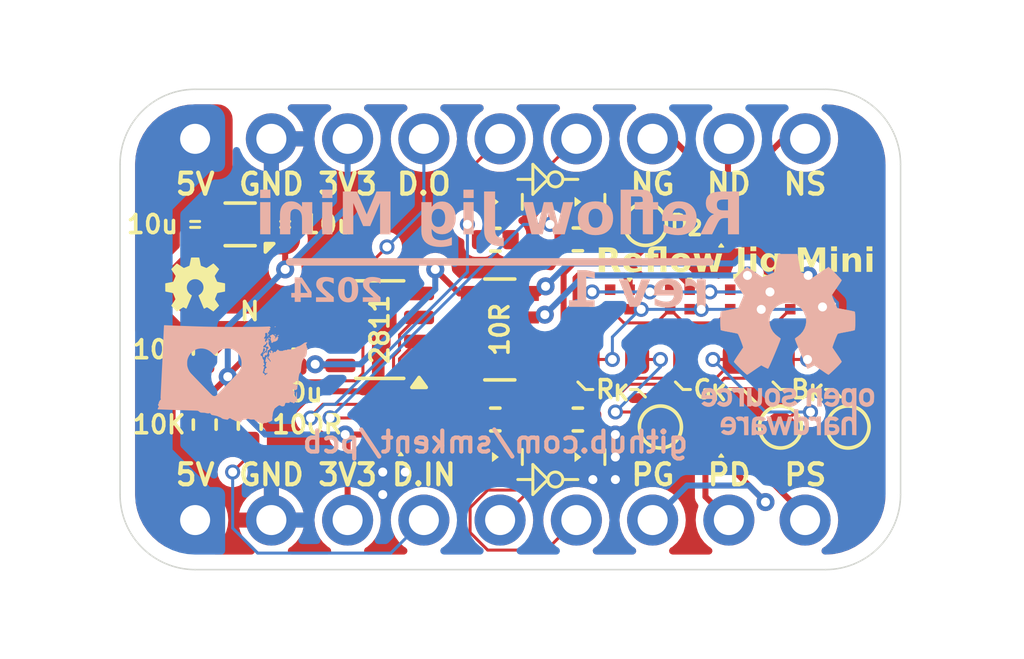
<source format=kicad_pcb>
(kicad_pcb (version 20240108) (generator "pcbnew") (generator_version "8.0")
  (layers (0 "F.Cu" signal) (31 "B.Cu" signal) (34 "B.Paste" user) (35 "F.Paste" user) (36 "B.SilkS" user "B.Silkscreen") (37 "F.SilkS" user "F.Silkscreen") (38 "B.Mask" user) (39 "F.Mask" user) (44 "Edge.Cuts" user))
  (net 0 "")
  (net 1 "GND")
  (net 3 "NOT2_A")
  (net 4 "+3V3")
  (net 5 "NOT1_A")
  (net 6 "+5V")
  (net 7 "NOT2_Y")
  (net 8 "NOT1_Y")
  (net 10 "WS2811_IN_3V3")
  (net 11 "WS2811_OUT_5V")
  (net 12 "WS2811_IN_5V")
  (net 13 "/WS2811_IN_3V3_F")
  (net 14 "Net-(D3-A)")
  (net 15 "Net-(D4-A)")
  (net 16 "PFET_D")
  (net 17 "PFET_G")
  (net 18 "PFET_S")
  (net 19 "NFET_D")
  (net 20 "NFET_G")
  (net 21 "NFET_S")
  (net 22 "Net-(LED1-A)")
  (net 23 "Net-(LED2-A)")
  (net 24 "Net-(LED3-A)")
  (net 25 "Net-(LED4-A)")
  (net 26 "/WS2811_1_OUTR")
  (net 27 "/WS2811_1_OUTG")
  (net 28 "/WS2811_1_OUTB")
  (net 29 "/WS2811_1_BK")
  (net 30 "/WS2811_1_RK")
  (net 31 "/WS2811_1_GK")
  (net 32 "Net-(D1-A)")
  (net 33 "Net-(D2-A)")
  (footprint "Resistor_SMD:R_0402_1005Metric" (layer "F.Cu") (at 152.32 101.17 -90)
    (property "Reference" "R2" (hide yes))
    (property "Value" "10K")
  )
  (footprint "custom:C_0402_1005Metric_simple" (layer "F.Cu") (at 152 94.5 -90)
    (property "Reference" "C0" (hide yes))
    (property "Value" "10u")
  )
  (footprint "custom:R_0603_1608Metric_simple" (layer "F.Cu") (at 172.4 99)
    (property "Reference" "R8" (hide yes))
    (property "Value" "100R")
  )
  (footprint "Resistor_SMD:R_0402_1005Metric" (layer "F.Cu") (at 162 101)
    (property "Reference" "R12" (hide yes))
    (property "Value" "5K1")
  )
  (footprint "Resistor_SMD:R_0402_1005Metric" (layer "F.Cu") (at 164.75 101)
    (property "Reference" "R14" (hide yes))
    (property "Value" "5K1")
  )
  (footprint "lcsc:LED-ARRAY-SMD_4P-L1.0-W1.0-TR-RD" (layer "F.Cu") (at 168.15 97)
    (property "Reference" "LED2" (hide yes))
    (property "Value" "XL-B1010RGBT-HF")
  )
  (footprint "Resistor_SMD:R_0402_1005Metric" (layer "F.Cu") (at 162 95.01)
    (property "Reference" "R4" (hide yes))
    (property "Value" "5K1")
  )
  (footprint "TestPoint:TestPoint_Pad_D1.0mm" (layer "F.Cu") (at 173.75 101.25)
    (property "Reference" "TP3" (hide yes))
    (property "Value" "TestPoint")
  )
  (footprint "lcsc:FSOP-8_L3.3-W1.7-P0.80-LS2.9-BL" (layer "F.Cu") (at 158.15 98 180)
    (property "Reference" "U1" (hide yes))
    (property "Value" "WS2811F")
  )
  (footprint "custom:LED_0402_1005Metric" (layer "F.Cu") (at 164.75 102.25 180)
    (property "Reference" "D3" (hide yes))
    (property "Value" "Green")
  )
  (footprint "Package_DFN_QFN:UDFN-4-1EP_1x1mm_P0.65mm_EP0.48x0.48mm" (layer "F.Cu") (at 153.5 94.5 180)
    (property "Reference" "U5" (hide yes))
    (property "Value" "ME6211C33U4")
  )
  (footprint "Resistor_SMD:R_0402_1005Metric" (layer "F.Cu") (at 152.32 98.67 90)
    (property "Reference" "R3" (hide yes))
    (property "Value" "10K")
  )
  (footprint "custom:LED_0402_1005Metric" (layer "F.Cu") (at 162 102.25 180)
    (property "Reference" "D1" (hide yes))
    (property "Value" "Green")
  )
  (footprint "TestPoint:TestPoint_Pad_D1.0mm" (layer "F.Cu") (at 167 94.5)
    (property "Reference" "TP0" (hide yes))
    (property "Value" "TestPoint")
  )
  (footprint "TestPoint:TestPoint_Pad_D1.0mm" (layer "F.Cu") (at 167.5 101.25)
    (property "Reference" "TP1" (hide yes))
    (property "Value" "TestPoint")
  )
  (footprint "lcsc:LED-ARRAY-SMD_4P-L1.0-W1.0-TR-RD" (layer "F.Cu") (at 172.15 97)
    (property "Reference" "LED4" (hide yes))
    (property "Value" "XL-B1010RGBT-HF")
  )
  (footprint "custom:DFN1006-3" (layer "F.Cu") (at 169.75 101.5 90)
    (property "Reference" "Q3" (hide yes))
    (property "Value" "ES3139KE")
  )
  (footprint "lcsc:LED-ARRAY-SMD_4P-L1.0-W1.0-TR-RD" (layer "F.Cu") (at 166.15 97)
    (property "Reference" "LED1" (hide yes))
    (property "Value" "XL-B1010RGBT-HF")
  )
  (footprint "TestPoint:TestPoint_Pad_D1.0mm" (layer "F.Cu") (at 171.5 101.25)
    (property "Reference" "TP2" (hide yes))
    (property "Value" "TestPoint")
  )
  (footprint "custom:C_0402_1005Metric_simple" (layer "F.Cu") (at 155 94.5 90)
    (property "Reference" "C1" (hide yes))
    (property "Value" "10u")
  )
  (footprint "custom:R_0603_1608Metric_simple" (layer "F.Cu") (at 169.15 99)
    (property "Reference" "R7" (hide yes))
    (property "Value" "100R")
  )
  (footprint "custom:DFN1006-3" (layer "F.Cu") (at 169.75 94.5 90)
    (property "Reference" "Q2" (hide yes))
    (property "Value" "SDV301N3")
  )
  (footprint "graphics:oshw-logo-2mm" (layer "F.Cu") (at 152 96.5)
    (property "Reference" "G***" (hide yes))
    (property "Value" "LOGO" (hide yes))
  )
  (footprint "lcsc:X2-DFN1010-6_L1.0-W1.0-P0.35-BL" (layer "F.Cu") (at 158.5 101.5 90)
    (property "Reference" "U4" (hide yes))
    (property "Value" "74AUP2G06FW4-7")
  )
  (footprint "Resistor_SMD:R_0402_1005Metric" (layer "F.Cu") (at 153.82 101.17 90)
    (property "Reference" "R1" (hide yes))
    (property "Value" "100R")
  )
  (footprint "custom:LED_0402_1005Metric" (layer "F.Cu") (at 162 93.75 180)
    (property "Reference" "D2" (hide yes))
    (property "Value" "Green")
  )
  (footprint "lcsc:LED-ARRAY-SMD_4P-L1.0-W1.0-TR-RD" (layer "F.Cu") (at 170.15 97)
    (property "Reference" "LED3" (hide yes))
    (property "Value" "XL-B1010RGBT-HF")
  )
  (footprint "custom:C_0402_1005Metric_simple" (layer "F.Cu") (at 155.4 98.75 90)
    (property "Reference" "C2" (hide yes))
    (property "Value" "10u")
  )
  (footprint "custom:LED_0402_1005Metric" (layer "F.Cu") (at 164.75 93.75 180)
    (property "Reference" "D4" (hide yes))
    (property "Value" "Green")
  )
  (footprint "Resistor_SMD:R_Array_Convex_4x0603" (layer "F.Cu") (at 162.15 98 180)
    (property "Reference" "RN1" (hide yes))
    (property "Value" "10R")
  )
  (footprint "Resistor_SMD:R_0402_1005Metric" (layer "F.Cu") (at 164.75 95)
    (property "Reference" "R5" (hide yes))
    (property "Value" "5K1")
  )
  (footprint "custom:R_0603_1608Metric_simple" (layer "F.Cu") (at 165.9 99)
    (property "Reference" "R6" (hide yes))
    (property "Value" "100R")
  )
  (footprint "custom:DFN1006-3" (layer "F.Cu") (at 153.82 98.67 90)
    (property "Reference" "Q1" (hide yes))
    (property "Value" "SDV301N3")
  )
  (footprint "custom:PinHeader_1x09_P2.54mm_Vertical_simple" (layer "B.Cu") (at 152 104.35 -90)
    (property "Reference" "J1" (hide yes))
    (property "Value" "Pin headers")
  )
  (footprint "custom:PinHeader_1x09_P2.54mm_Vertical_simple" (layer "B.Cu") (at 152 91.65 -90)
    (property "Reference" "J2" (hide yes))
    (property "Value" "Pin headers")
  )
  (footprint "graphics:wa-state-heart-5mm" (layer "B.Cu") (at 153.25 99.5 180)
    (property "Reference" "G***" (hide yes))
    (property "Value" "LOGO" (hide yes))
  )
  (footprint "Symbol:OSHW-Logo_5.7x6mm_SilkScreen" (layer "B.Cu") (at 171.75 98.5 180)
    (property "Reference" "REF**" (hide yes))
    (property "Value" "OSHW-Logo_5.7x6mm_SilkScreen" (hide yes))
  )
  (gr_line (start 169.15 95.75) (end 155.15 95.75) (stroke (width 0.25)) (layer "B.SilkS"))
  (gr_line (start 171.75 100) (end 171.5 100) (stroke (width 0.1)) (layer "F.SilkS"))
  (gr_line (start 171.5 100) (end 171.25 99.75) (stroke (width 0.1)) (layer "F.SilkS"))
  (gr_line (start 163.25 92.5) (end 163.25 93.5) (stroke (width 0.1)) (layer "F.SilkS"))
  (gr_line (start 163.75 103) (end 163.25 102.5) (stroke (width 0.1)) (layer "F.SilkS"))
  (gr_line (start 173.25 100) (end 173.5 100.25) (stroke (width 0.1)) (layer "F.SilkS"))
  (gr_line (start 163.75 103) (end 163.25 103.5) (stroke (width 0.1)) (layer "F.SilkS"))
  (gr_line (start 173 100) (end 173.25 100) (stroke (width 0.1)) (layer "F.SilkS"))
  (gr_line (start 170.25 100) (end 170.75 100.5) (stroke (width 0.1)) (layer "F.SilkS"))
  (gr_line (start 163.75 93) (end 163.25 92.5) (stroke (width 0.1)) (layer "F.SilkS"))
  (gr_line (start 163.25 93) (end 162.75 93) (stroke (width 0.1)) (layer "F.SilkS"))
  (gr_line (start 168.25 100) (end 168 99.75) (stroke (width 0.1)) (layer "F.SilkS"))
  (gr_line (start 163.25 102.5) (end 163.25 103.5) (stroke (width 0.1)) (layer "F.SilkS"))
  (gr_line (start 165.25 100) (end 165 100) (stroke (width 0.1)) (layer "F.SilkS"))
  (gr_line (start 163.25 103) (end 162.75 103) (stroke (width 0.1)) (layer "F.SilkS"))
  (gr_line (start 169.75 100) (end 170.25 100) (stroke (width 0.1)) (layer "F.SilkS"))
  (gr_line (start 164.25 93) (end 164.75 93) (stroke (width 0.1)) (layer "F.SilkS"))
  (gr_circle (center 164 93) (end 164.25 93) (stroke (width 0.1)) (fill none) (layer "F.SilkS"))
  (gr_line (start 165 100) (end 164.75 99.75) (stroke (width 0.1)) (layer "F.SilkS"))
  (gr_line (start 163.75 93) (end 163.25 93.5) (stroke (width 0.1)) (layer "F.SilkS"))
  (gr_line (start 166.5 100) (end 166.75 100) (stroke (width 0.1)) (layer "F.SilkS"))
  (gr_line (start 166.75 100) (end 167 100.25) (stroke (width 0.1)) (layer "F.SilkS"))
  (gr_line (start 164.25 103) (end 164.75 103) (stroke (width 0.1)) (layer "F.SilkS"))
  (gr_line (start 168.5 100) (end 168.25 100) (stroke (width 0.1)) (layer "F.SilkS"))
  (gr_circle (center 164 103) (end 164.25 103) (stroke (width 0.1)) (fill none) (layer "F.SilkS"))
  (gr_line (start 152 90) (end 173 90) (stroke (width 0.05)) (layer "Edge.Cuts"))
  (gr_line (start 175.5 92.5) (end 175.5 103.5) (stroke (width 0.05)) (layer "Edge.Cuts"))
  (gr_arc (start 152 106) (mid 150.232233 105.267767) (end 149.5 103.5) (stroke (width 0.05)) (layer "Edge.Cuts"))
  (gr_arc (start 175.5 103.5) (mid 174.767767 105.267767) (end 173 106) (stroke (width 0.05)) (layer "Edge.Cuts"))
  (gr_line (start 173 106) (end 152 106) (stroke (width 0.05)) (layer "Edge.Cuts"))
  (gr_arc (start 149.5 92.5) (mid 150.232233 90.732233) (end 152 90) (stroke (width 0.05)) (layer "Edge.Cuts"))
  (gr_line (start 149.5 103.5) (end 149.5 92.5) (stroke (width 0.05)) (layer "Edge.Cuts"))
  (gr_arc (start 173 90) (mid 174.767767 90.732233) (end 175.5 92.5) (stroke (width 0.05)) (layer "Edge.Cuts"))
  (gr_text "rev 1" (at 169.15 96.75 0) (layer "B.SilkS") (effects (font (size 1.2 1.2) (thickness 0.24) (bold yes)) (justify left mirror)))
  (gr_text "github.com/smkent/pcb" (at 162 101.75 0) (layer "B.SilkS") (effects (font (size 0.7 0.7) (thickness 0.14) (bold yes)) (justify mirror)))
  (gr_text "2024" (at 155.15 96.75 0) (layer "B.SilkS") (effects (font (size 0.8 0.8) (thickness 0.24) (bold yes)) (justify right mirror)))
  (gr_text "Reflow Jig Mini" (at 162.15 94.25 0) (layer "B.SilkS") (effects (font (size 1.4 1.4) (thickness 0.3) (bold yes)) (justify mirror)))
  (gr_text "100R" (at 154.5 101.17 0) (layer "F.SilkS") (effects (font (size 0.6 0.6) (thickness 0.12) (bold yes)) (justify left)))
  (gr_text "5V" (at 152 103.25 0) (layer "F.SilkS") (effects (font (size 0.7 0.7) (thickness 0.14) (bold yes)) (justify bottom)))
  (gr_text "10K" (at 151.75 101.17 0) (layer "F.SilkS") (effects (font (size 0.6 0.6) (thickness 0.12) (bold yes)) (justify right)))
  (gr_text "NS" (at 172.32 92.75 0) (layer "F.SilkS") (effects (font (size 0.7 0.7) (thickness 0.14) (bold yes)) (justify top)))
  (gr_text "G_{K}" (at 169.15 100 0) (layer "F.SilkS") (effects (font (size 0.6 0.6) (thickness 0.12) (bold yes))))
  (gr_text "NG" (at 167.24 92.75 0) (layer "F.SilkS") (effects (font (size 0.7 0.7) (thickness 0.14) (bold yes)) (justify top)))
  (gr_text "GND" (at 154.54 92.75 0) (layer "F.SilkS") (effects (font (size 0.7 0.7) (thickness 0.14) (bold yes)) (justify top)))
  (gr_text "2811" (at 158.15 98 90) (layer "F.SilkS") (effects (font (size 0.6 0.6) (thickness 0.12) (bold yes))))
  (gr_text "10R" (at 162.15 98 90) (layer "F.SilkS") (effects (font (size 0.6 0.6) (thickness 0.12) (bold yes))))
  (gr_text "PG" (at 167.25 103.25 0) (layer "F.SilkS") (effects (font (size 0.7 0.7) (thickness 0.14) (bold yes)) (justify bottom)))
  (gr_text "ND" (at 169.78 92.75 0) (layer "F.SilkS") (effects (font (size 0.7 0.7) (thickness 0.14) (bold yes)) (justify top)))
  (gr_text "3V3" (at 157.08 92.75 0) (layer "F.SilkS") (effects (font (size 0.7 0.7) (thickness 0.14) (bold yes)) (justify top)))
  (gr_text "5V" (at 152 92.75 0) (layer "F.SilkS") (effects (font (size 0.7 0.7) (thickness 0.14) (bold yes)) (justify top)))
  (gr_text "PS" (at 172.33 103.25 0) (layer "F.SilkS") (effects (font (size 0.7 0.7) (thickness 0.14) (bold yes)) (justify bottom)))
  (gr_text "10K" (at 151.75 98.67 0) (layer "F.SilkS") (effects (font (size 0.6 0.6) (thickness 0.12) (bold yes)) (justify right)))
  (gr_text "3V3" (at 157.08 103.25 0) (layer "F.SilkS") (effects (font (size 0.7 0.7) (thickness 0.14) (bold yes)) (justify bottom)))
  (gr_text "10u" (at 151.5 94.5 0) (layer "F.SilkS") (effects (font (size 0.6 0.6) (thickness 0.12) (bold yes)) (justify right)))
  (gr_text "PD" (at 169.79 103.25 0) (layer "F.SilkS") (effects (font (size 0.7 0.7) (thickness 0.14) (bold yes)) (justify bottom)))
  (gr_text "R_{K}" (at 165.9 100 0) (layer "F.SilkS") (effects (font (size 0.6 0.6) (thickness 0.12) (bold yes))))
  (gr_text "D.IN" (at 159.62 103.25 0) (layer "F.SilkS") (effects (font (size 0.7 0.7) (thickness 0.14) (bold yes)) (justify bottom)))
  (gr_text "10u" (at 155.4 99.75 0) (layer "F.SilkS") (effects (font (size 0.6 0.6) (thickness 0.12) (bold yes)) (justify top)))
  (gr_text "D.O" (at 159.62 92.75 0) (layer "F.SilkS") (effects (font (size 0.7 0.7) (thickness 0.14) (bold yes)) (justify top)))
  (gr_text "GND" (at 154.54 103.25 0) (layer "F.SilkS") (effects (font (size 0.7 0.7) (thickness 0.14) (bold yes)) (justify bottom)))
  (gr_text "10u" (at 155.5 94.5 0) (layer "F.SilkS") (effects (font (size 0.6 0.6) (thickness 0.12) (bold yes)) (justify left)))
  (gr_text "D_{2}" (at 167.75 94.5 0) (layer "F.SilkS") (effects (font (size 0.6 0.6) (thickness 0.12) (bold yes)) (justify left)))
  (gr_text "N" (at 153.82 97.75 0) (layer "F.SilkS") (effects (font (size 0.6 0.6) (thickness 0.12) (bold yes)) (justify bottom)))
  (gr_text "Reflow Jig Mini" (at 170 95.75 0) (layer "F.SilkS") (effects (font (size 0.8 0.8) (thickness 0.3) (bold yes))))
  (gr_text "B_{K}" (at 172.4 100 0) (layer "F.SilkS") (effects (font (size 0.6 0.6) (thickness 0.12) (bold yes))))
  (segment (start 154.54 101.477693) (end 154.54 104.35) (width 0.2) (layer "F.Cu") (net 1))
  (segment (start 158.85 101.5) (end 160 101.5) (width 0.2) (layer "F.Cu") (net 1))
  (segment (start 155.957693 100.06) (end 154.54 101.477693) (width 0.2) (layer "F.Cu") (net 1))
  (segment (start 160 101.5) (end 158.56 100.06) (width 0.2) (layer "F.Cu") (net 1))
  (segment (start 158.56 100.06) (end 155.957693 100.06) (width 0.2) (layer "F.Cu") (net 1))
  (segment (start 162.485 102.985) (end 160.75 102.985) (width 0.2) (layer "F.Cu") (net 1))
  (segment (start 162.485 102.25) (end 162.485 102.985) (width 0.2) (layer "F.Cu") (net 1))
  (via (at 159 102.75) (size 0.6) (drill 0.3) (layers "F.Cu" "B.Cu") (net 1))
  (via (at 166 102.25) (size 0.6) (drill 0.3) (layers "F.Cu" "B.Cu") (net 1))
  (via (at 158.25 103.5) (size 0.6) (drill 0.3) (layers "F.Cu" "B.Cu") (net 1))
  (via (at 166 103) (size 0.6) (drill 0.3) (layers "F.Cu" "B.Cu") (net 1))
  (via (at 165.25 103) (size 0.6) (drill 0.3) (layers "F.Cu" "B.Cu") (net 1))
  (via (at 166 101.5) (size 0.6) (drill 0.3) (layers "F.Cu" "B.Cu") (net 1))
  (via (at 158.25 102.75) (size 0.6) (drill 0.3) (layers "F.Cu" "B.Cu") (net 1))
  (segment (start 156.254957 100.495043) (end 155.845511 100.904489) (width 0.1) (layer "F.Cu") (net 3))
  (segment (start 161.07 92.74) (end 162.16 91.65) (width 0.1) (layer "F.Cu") (net 3))
  (segment (start 158.195043 100.495043) (end 156.254957 100.495043) (width 0.1) (layer "F.Cu") (net 3))
  (segment (start 161.07 94.5) (end 161.07 92.74) (width 0.1) (layer "F.Cu") (net 3))
  (segment (start 161.07 94.59) (end 161.07 94.5) (width 0.1) (layer "F.Cu") (net 3))
  (segment (start 158.85 101.15) (end 158.195043 100.495043) (width 0.1) (layer "F.Cu") (net 3))
  (segment (start 161.49 95.01) (end 161.07 94.59) (width 0.1) (layer "F.Cu") (net 3))
  (segment (start 155.845511 100.904489) (end 155.845511 100.95) (width 0.1) (layer "F.Cu") (net 3))
  (via (at 161.07 94.5) (size 0.5) (drill 0.3) (layers "F.Cu" "B.Cu") (net 3))
  (via (at 155.845511 100.95) (size 0.5) (drill 0.3) (layers "F.Cu" "B.Cu") (net 3))
  (segment (start 156.662652 100.495043) (end 161.07 96.087695) (width 0.1) (layer "B.Cu") (net 3))
  (segment (start 156.300468 100.495043) (end 156.662652 100.495043) (width 0.1) (layer "B.Cu") (net 3))
  (segment (start 155.845511 100.95) (end 156.300468 100.495043) (width 0.1) (layer "B.Cu") (net 3))
  (segment (start 161.07 96.087695) (end 161.07 94.5) (width 0.1) (layer "B.Cu") (net 3))
  (segment (start 153.087943 99.527057) (end 153.595 99.02) (width 0.2) (layer "F.Cu") (net 4))
  (segment (start 153.087943 99.573268) (end 153.087943 99.527057) (width 0.2) (layer "F.Cu") (net 4))
  (segment (start 152.571211 100.09) (end 151.951076 100.09) (width 0.2) (layer "F.Cu") (net 4))
  (segment (start 151.7 100.341076) (end 151.7 101.06) (width 0.2) (layer "F.Cu") (net 4))
  (segment (start 151.7 101.06) (end 152.32 101.68) (width 0.2) (layer "F.Cu") (net 4))
  (segment (start 157.08 101.58) (end 157.08 104.35) (width 0.2) (layer "F.Cu") (net 4))
  (segment (start 157 101.5) (end 158.15 101.5) (width 0.2) (layer "F.Cu") (net 4))
  (segment (start 157 101.5) (end 157.08 101.58) (width 0.2) (layer "F.Cu") (net 4))
  (segment (start 153.087943 99.573268) (end 152.571211 100.09) (width 0.2) (layer "F.Cu") (net 4))
  (segment (start 155 94.98) (end 155 96) (width 0.2) (layer "F.Cu") (net 4))
  (segment (start 151.951076 100.09) (end 151.7 100.341076) (width 0.2) (layer "F.Cu") (net 4))
  (via (at 153.087943 99.573268) (size 0.6) (drill 0.3) (layers "F.Cu" "B.Cu") (net 4))
  (via (at 157 101.5) (size 0.6) (drill 0.3) (layers "F.Cu" "B.Cu") (net 4))
  (via (at 155 96) (size 0.6) (drill 0.3) (layers "F.Cu" "B.Cu") (net 4))
  (segment (start 153.087943 97.912057) (end 155 96) (width 0.2) (layer "B.Cu") (net 4))
  (segment (start 153.087943 99.573268) (end 153.087943 100.25) (width 0.2) (layer "B.Cu") (net 4))
  (segment (start 157.08 93.92) (end 157.08 91.65) (width 0.2) (layer "B.Cu") (net 4))
  (segment (start 157 101.5) (end 154.337943 101.5) (width 0.2) (layer "B.Cu") (net 4))
  (segment (start 155 96) (end 157.08 93.92) (width 0.2) (layer "B.Cu") (net 4))
  (segment (start 153.087943 99.573268) (end 153.087943 97.912057) (width 0.2) (layer "B.Cu") (net 4))
  (segment (start 154.337943 101.5) (end 153.087943 100.25) (width 0.2) (layer "B.Cu") (net 4))
  (segment (start 162.167158 100.3) (end 161.49 100.977158) (width 0.1) (layer "F.Cu") (net 5))
  (segment (start 164.66 101.306792) (end 164.66 100.46) (width 0.1) (layer "F.Cu") (net 5))
  (segment (start 163.82 102.68) (end 163.82 101.950184) (width 0.1) (layer "F.Cu") (net 5))
  (segment (start 164.66 100.46) (end 164.5 100.3) (width 0.1) (layer "F.Cu") (net 5))
  (segment (start 160.54 101.95) (end 158.95 101.95) (width 0.1) (layer "F.Cu") (net 5))
  (segment (start 164.5 100.3) (end 162.167158 100.3) (width 0.1) (layer "F.Cu") (net 5))
  (segment (start 158.95 101.95) (end 158.85 101.85) (width 0.1) (layer "F.Cu") (net 5))
  (segment (start 162.16 104.35) (end 162.16 104.34) (width 0.1) (layer "F.Cu") (net 5))
  (segment (start 163.82 101.950184) (end 164.281605 101.488579) (width 0.1) (layer "F.Cu") (net 5))
  (segment (start 161.49 101) (end 160.54 101.95) (width 0.1) (layer "F.Cu") (net 5))
  (segment (start 161.49 100.977158) (end 161.49 101) (width 0.1) (layer "F.Cu") (net 5))
  (segment (start 162.16 104.34) (end 163.82 102.68) (width 0.1) (layer "F.Cu") (net 5))
  (segment (start 164.478213 101.488579) (end 164.66 101.306792) (width 0.1) (layer "F.Cu") (net 5))
  (segment (start 164.281605 101.488579) (end 164.478213 101.488579) (width 0.1) (layer "F.Cu") (net 5))
  (segment (start 154.47 98.3) (end 154.47 98.040382) (width 0.2) (layer "F.Cu") (net 6))
  (segment (start 161.25 96.8) (end 160.8 96.8) (width 0.2) (layer "F.Cu") (net 6))
  (segment (start 160.8 96.8) (end 160 96) (width 0.2) (layer "F.Cu") (net 6))
  (segment (start 152.66 97.82) (end 152.32 98.16) (width 0.2) (layer "F.Cu") (net 6))
  (segment (start 154.47 98.040382) (end 154.249618 97.82) (width 0.2) (layer "F.Cu") (net 6))
  (segment (start 155.43 99.2) (end 155.4 99.23) (width 0.2) (layer "F.Cu") (net 6))
  (segment (start 156 99.2) (end 156 99.16) (width 0.2) (layer "F.Cu") (net 6))
  (segment (start 155.4 99.23) (end 154.47 98.3) (width 0.2) (layer "F.Cu") (net 6))
  (segment (start 154.249618 97.82) (end 152.66 97.82) (width 0.2) (layer "F.Cu") (net 6))
  (segment (start 156.84 99.2) (end 156 99.2) (width 0.2) (layer "F.Cu") (net 6))
  (segment (start 161.25 96.8) (end 161.25 99.2) (width 0.2) (layer "F.Cu") (net 6))
  (segment (start 156 99.2) (end 155.43 99.2) (width 0.2) (layer "F.Cu") (net 6))
  (via (at 156 99.16) (size 0.6) (drill 0.3) (layers "F.Cu" "B.Cu") (net 6))
  (via (at 160 96) (size 0.6) (drill 0.3) (layers "F.Cu" "B.Cu") (net 6))
  (segment (start 160 96.662721) (end 157.502721 99.16) (width 0.2) (layer "B.Cu") (net 6))
  (segment (start 157.502721 99.16) (end 156 99.16) (width 0.2) (layer "B.Cu") (net 6))
  (segment (start 160 96) (end 160 96.662721) (width 0.2) (layer "B.Cu") (net 6))
  (segment (start 157.95 100.95) (end 156.500451 100.95) (width 0.1) (layer "F.Cu") (net 7))
  (segment (start 163.82 94.5) (end 163.82 94.58) (width 0.1) (layer "F.Cu") (net 7))
  (segment (start 156.500451 100.95) (end 156.495494 100.945043) (width 0.1) (layer "F.Cu") (net 7))
  (segment (start 163.82 94.58) (end 164.24 95) (width 0.1) (layer "F.Cu") (net 7))
  (segment (start 164.7 91.65) (end 163.82 92.53) (width 0.1) (layer "F.Cu") (net 7))
  (segment (start 163.82 92.53) (end 163.82 94.5) (width 0.1) (layer "F.Cu") (net 7))
  (segment (start 158.15 101.15) (end 157.95 100.95) (width 0.1) (layer "F.Cu") (net 7))
  (via (at 156.495494 100.945043) (size 0.5) (drill 0.3) (layers "F.Cu" "B.Cu") (net 7))
  (via (at 163.82 94.5) (size 0.5) (drill 0.3) (layers "F.Cu" "B.Cu") (net 7))
  (segment (start 156.495494 100.945043) (end 162.940537 94.5) (width 0.1) (layer "B.Cu") (net 7))
  (segment (start 162.940537 94.5) (end 163.82 94.5) (width 0.1) (layer "B.Cu") (net 7))
  (segment (start 162.22 100.53) (end 161.91 100.84) (width 0.1) (layer "F.Cu") (net 8))
  (segment (start 164.24 101) (end 163.77 100.53) (width 0.1) (layer "F.Cu") (net 8))
  (segment (start 163.62 101.62) (end 164.24 101) (width 0.1) (layer "F.Cu") (net 8))
  (segment (start 161.91 100.84) (end 161.91 101.306792) (width 0.1) (layer "F.Cu") (net 8))
  (segment (start 161.16 104.764214) (end 161.16 103.935786) (width 0.1) (layer "F.Cu") (net 8))
  (segment (start 163.7 105.35) (end 161.745786 105.35) (width 0.1) (layer "F.Cu") (net 8))
  (segment (start 161.716792 101.5) (end 161.272843 101.5) (width 0.1) (layer "F.Cu") (net 8))
  (segment (start 161.91 101.306792) (end 161.716792 101.5) (width 0.1) (layer "F.Cu") (net 8))
  (segment (start 163.62 102.597158) (end 163.62 101.62) (width 0.1) (layer "F.Cu") (net 8))
  (segment (start 164.7 104.35) (end 163.7 105.35) (width 0.1) (layer "F.Cu") (net 8))
  (segment (start 161.16 103.935786) (end 161.745786 103.35) (width 0.1) (layer "F.Cu") (net 8))
  (segment (start 161.272843 101.5) (end 160.622843 102.15) (width 0.1) (layer "F.Cu") (net 8))
  (segment (start 158.45 102.15) (end 158.15 101.85) (width 0.1) (layer "F.Cu") (net 8))
  (segment (start 161.745786 103.35) (end 162.867158 103.35) (width 0.1) (layer "F.Cu") (net 8))
  (segment (start 160.622843 102.15) (end 158.45 102.15) (width 0.1) (layer "F.Cu") (net 8))
  (segment (start 162.867158 103.35) (end 163.62 102.597158) (width 0.1) (layer "F.Cu") (net 8))
  (segment (start 163.77 100.53) (end 162.22 100.53) (width 0.1) (layer "F.Cu") (net 8))
  (segment (start 161.745786 105.35) (end 161.16 104.764214) (width 0.1) (layer "F.Cu") (net 8))
  (segment (start 153.82 102.18) (end 153.82 101.68) (width 0.1) (layer "F.Cu") (net 10))
  (segment (start 153.25 102.75) (end 153.82 102.18) (width 0.1) (layer "F.Cu") (net 10))
  (via (at 153.25 102.75) (size 0.5) (drill 0.3) (layers "F.Cu" "B.Cu") (net 10))
  (segment (start 158.52 105.45) (end 159.62 104.35) (width 0.1) (layer "B.Cu") (net 10))
  (segment (start 153.25 102.75) (end 153.25 104.615635) (width 0.1) (layer "B.Cu") (net 10))
  (segment (start 154.084365 105.45) (end 158.52 105.45) (width 0.1) (layer "B.Cu") (net 10))
  (segment (start 153.25 104.615635) (end 154.084365 105.45) (width 0.1) (layer "B.Cu") (net 10))
  (segment (start 158.39 95.25) (end 156.84 96.8) (width 0.1) (layer "F.Cu") (net 11))
  (via (at 158.39 95.25) (size 0.5) (drill 0.3) (layers "F.Cu" "B.Cu") (net 11))
  (segment (start 158.39 95.25) (end 159.62 94.02) (width 0.1) (layer "B.Cu") (net 11))
  (segment (start 159.62 94.02) (end 159.62 91.65) (width 0.1) (layer "B.Cu") (net 11))
  (segment (start 153.855026 98.32) (end 154.75 99.214974) (width 0.1) (layer "F.Cu") (net 12))
  (segment (start 153.18 98.32) (end 152.32 99.18) (width 0.1) (layer "F.Cu") (net 12))
  (segment (start 154.75 99.374714) (end 155.085286 99.71) (width 0.1) (layer "F.Cu") (net 12))
  (segment (start 157.59 98.13423) (end 157.05577 97.6) (width 0.1) (layer "F.Cu") (net 12))
  (segment (start 157.05577 97.6) (end 156.84 97.6) (width 0.1) (layer "F.Cu") (net 12))
  (segment (start 154.75 99.214974) (end 154.75 99.374714) (width 0.1) (layer "F.Cu") (net 12))
  (segment (start 157.34577 99.71) (end 157.59 99.46577) (width 0.1) (layer "F.Cu") (net 12))
  (segment (start 157.59 99.46577) (end 157.59 98.13423) (width 0.1) (layer "F.Cu") (net 12))
  (segment (start 155.085286 99.71) (end 157.34577 99.71) (width 0.1) (layer "F.Cu") (net 12))
  (segment (start 153.82 98.32) (end 153.18 98.32) (width 0.1) (layer "F.Cu") (net 12))
  (segment (start 153.82 98.32) (end 153.855026 98.32) (width 0.1) (layer "F.Cu") (net 12))
  (segment (start 152.32 100.66) (end 153.82 100.66) (width 0.1) (layer "F.Cu") (net 13))
  (segment (start 153.82 100.66) (end 154.045 100.435) (width 0.1) (layer "F.Cu") (net 13))
  (segment (start 154.045 100.435) (end 154.045 99.02) (width 0.1) (layer "F.Cu") (net 13))
  (segment (start 165.26 101) (end 164.265 101.995) (width 0.1) (layer "F.Cu") (net 14))
  (segment (start 164.265 101.995) (end 164.265 102.25) (width 0.1) (layer "F.Cu") (net 14))
  (segment (start 164.265 94.005) (end 165.26 95) (width 0.1) (layer "F.Cu") (net 15))
  (segment (start 164.265 93.75) (end 164.265 94.005) (width 0.1) (layer "F.Cu") (net 15))
  (segment (start 169 101.55) (end 169 103.57) (width 0.2) (layer "F.Cu") (net 16))
  (segment (start 169.75 101.15) (end 169.4 101.15) (width 0.2) (layer "F.Cu") (net 16))
  (segment (start 169.4 101.15) (end 169 101.55) (width 0.2) (layer "F.Cu") (net 16))
  (segment (start 169 103.57) (end 169.78 104.35) (width 0.2) (layer "F.Cu") (net 16))
  (segment (start 169.525 101.85) (end 169.525 102.275) (width 0.2) (layer "F.Cu") (net 17))
  (segment (start 169.525 102.275) (end 171 103.75) (width 0.2) (layer "F.Cu") (net 17))
  (via (at 171 103.75) (size 0.6) (drill 0.3) (layers "F.Cu" "B.Cu") (net 17))
  (segment (start 170.45 103.2) (end 168.39 103.2) (width 0.2) (layer "B.Cu") (net 17))
  (segment (start 171 103.75) (end 170.45 103.2) (width 0.2) (layer "B.Cu") (net 17))
  (segment (start 168.39 103.2) (end 167.24 104.35) (width 0.2) (layer "B.Cu") (net 17))
  (segment (start 172.32 104.195) (end 172.32 104.35) (width 0.2) (layer "F.Cu") (net 18))
  (segment (start 169.975 101.85) (end 172.32 104.195) (width 0.2) (layer "F.Cu") (net 18))
  (segment (start 169.75 94.15) (end 169.75 91.68) (width 0.2) (layer "F.Cu") (net 19))
  (segment (start 169.75 91.68) (end 169.78 91.65) (width 0.2) (layer "F.Cu") (net 19))
  (segment (start 169.1 94.429618) (end 169.1 92.85) (width 0.2) (layer "F.Cu") (net 20))
  (segment (start 169.525 94.85) (end 169.520382 94.85) (width 0.2) (layer "F.Cu") (net 20))
  (segment (start 169.1 92.85) (end 167.9 91.65) (width 0.2) (layer "F.Cu") (net 20))
  (segment (start 169.520382 94.85) (end 169.1 94.429618) (width 0.2) (layer "F.Cu") (net 20))
  (segment (start 167.9 91.65) (end 167.24 91.65) (width 0.2) (layer "F.Cu") (net 20))
  (segment (start 170.4 94.429618) (end 170.4 92.85) (width 0.2) (layer "F.Cu") (net 21))
  (segment (start 171.6 91.65) (end 172.32 91.65) (width 0.2) (layer "F.Cu") (net 21))
  (segment (start 169.979618 94.85) (end 170.4 94.429618) (width 0.2) (layer "F.Cu") (net 21))
  (segment (start 170.4 92.85) (end 171.6 91.65) (width 0.2) (layer "F.Cu") (net 21))
  (segment (start 169.975 94.85) (end 169.979618 94.85) (width 0.2) (layer "F.Cu") (net 21))
  (segment (start 164.765686 96.2) (end 164.674821 96.290865) (width 0.2) (layer "F.Cu") (net 22))
  (segment (start 166.475 96.675) (end 166.475 96.375) (width 0.2) (layer "F.Cu") (net 22))
  (segment (start 164.674821 96.290865) (end 164.674821 98.212531) (width 0.2) (layer "F.Cu") (net 22))
  (segment (start 163.687352 99.2) (end 163.05 99.2) (width 0.2) (layer "F.Cu") (net 22))
  (segment (start 164.674821 98.212531) (end 163.687352 99.2) (width 0.2) (layer "F.Cu") (net 22))
  (segment (start 166.3 96.2) (end 164.765686 96.2) (width 0.2) (layer "F.Cu") (net 22))
  (segment (start 166.475 96.375) (end 166.3 96.2) (width 0.2) (layer "F.Cu") (net 22))
  (segment (start 164.6 95.8) (end 166.465685 95.8) (width 0.2) (layer "F.Cu") (net 23))
  (segment (start 168.15 96.2) (end 168.475 96.525) (width 0.2) (layer "F.Cu") (net 23))
  (segment (start 163.05 98.4) (end 163.921666 98.4) (width 0.2) (layer "F.Cu") (net 23))
  (segment (start 164.274821 96.125179) (end 164.6 95.8) (width 0.2) (layer "F.Cu") (net 23))
  (segment (start 163.921666 98.4) (end 164.274821 98.046845) (width 0.2) (layer "F.Cu") (net 23))
  (segment (start 167 94.5) (end 167 95.265685) (width 0.2) (layer "F.Cu") (net 23))
  (segment (start 164.274821 98.046845) (end 164.274821 96.125179) (width 0.2) (layer "F.Cu") (net 23))
  (segment (start 166.465685 95.8) (end 166.865685 96.2) (width 0.2) (layer "F.Cu") (net 23))
  (segment (start 167 95.265685) (end 166.465685 95.8) (width 0.2) (layer "F.Cu") (net 23))
  (segment (start 166.865685 96.2) (end 168.15 96.2) (width 0.2) (layer "F.Cu") (net 23))
  (segment (start 168.475 96.525) (end 168.475 96.675) (width 0.2) (layer "F.Cu") (net 23))
  (segment (start 170.4 96.6) (end 170.475 96.675) (width 0.2) (layer "F.Cu") (net 24))
  (segment (start 163.05 97.6) (end 163.558258 97.6) (width 0.2) (layer "F.Cu") (net 24))
  (segment (start 170.4 96.2) (end 170.4 96.6) (width 0.2) (layer "F.Cu") (net 24))
  (segment (start 163.558258 97.6) (end 163.65 97.508258) (width 0.2) (layer "F.Cu") (net 24))
  (via (at 163.65 97.508258) (size 0.6) (drill 0.3) (layers "F.Cu" "B.Cu") (net 24))
  (via (at 170.4 96.2) (size 0.6) (drill 0.3) (layers "F.Cu" "B.Cu") (net 24))
  (segment (start 164.958258 96.2) (end 170.4 96.2) (width 0.2) (layer "B.Cu") (net 24))
  (segment (start 163.65 97.508258) (end 164.958258 96.2) (width 0.2) (layer "B.Cu") (net 24))
  (segment (start 172.424 96.2) (end 172.424 96.624) (width 0.2) (layer "F.Cu") (net 25))
  (segment (start 163.438341 96.8) (end 163.674821 96.56352) (width 0.2) (layer "F.Cu") (net 25))
  (segment (start 172.424 96.624) (end 172.475 96.675) (width 0.2) (layer "F.Cu") (net 25))
  (segment (start 163.05 96.8) (end 163.438341 96.8) (width 0.2) (layer "F.Cu") (net 25))
  (via (at 172.424 96.2) (size 0.6) (drill 0.3) (layers "F.Cu" "B.Cu") (net 25))
  (via (at 163.674821 96.56352) (size 0.6) (drill 0.3) (layers "F.Cu" "B.Cu") (net 25))
  (segment (start 171.248529 96.2) (end 172.424 96.2) (width 0.2) (layer "B.Cu") (net 25))
  (segment (start 170.151471 95.6) (end 170.648529 95.6) (width 0.2) (layer "B.Cu") (net 25))
  (segment (start 163.674821 96.56352) (end 164.438341 95.8) (width 0.2) (layer "B.Cu") (net 25))
  (segment (start 170.648529 95.6) (end 171.248529 96.2) (width 0.2) (layer "B.Cu") (net 25))
  (segment (start 164.438341 95.8) (end 169.951471 95.8) (width 0.2) (layer "B.Cu") (net 25))
  (segment (start 169.951471 95.8) (end 170.151471 95.6) (width 0.2) (layer "B.Cu") (net 25))
  (segment (start 166.725 99) (end 166.025 99.7) (width 0.1) (layer "F.Cu") (net 26))
  (segment (start 167.5 101.25) (end 167 100.75) (width 0.1) (layer "F.Cu") (net 26))
  (segment (start 167 100.75) (end 166 100.75) (width 0.1) (layer "F.Cu") (net 26))
  (segment (start 166.025 99.7) (end 159.96 99.7) (width 0.1) (layer "F.Cu") (net 26))
  (segment (start 166.725 99) (end 167.5 99) (width 0.1) (layer "F.Cu") (net 26))
  (segment (start 159.96 99.7) (end 159.46 99.2) (width 0.1) (layer "F.Cu") (net 26))
  (via (at 167.5 99) (size 0.5) (drill 0.3) (layers "F.Cu" "B.Cu") (net 26))
  (via (at 166 100.75) (size 0.5) (drill 0.3) (layers "F.Cu" "B.Cu") (net 26))
  (segment (start 167.5 99.25) (end 166 100.75) (width 0.1) (layer "B.Cu") (net 26))
  (segment (start 167.5 99) (end 167.5 99.25) (width 0.1) (layer "B.Cu") (net 26))
  (segment (start 169.35 99.625) (end 169.975 99) (width 0.1) (layer "F.Cu") (net 27))
  (segment (start 159.285652 99.9) (end 166.107843 99.9) (width 0.1) (layer "F.Cu") (net 27))
  (segment (start 158.81 99.424348) (end 159.285652 99.9) (width 0.1) (layer "F.Cu") (net 27))
  (segment (start 166.382843 99.625) (end 169.35 99.625) (width 0.1) (layer "F.Cu") (net 27))
  (segment (start 158.81 98.975652) (end 158.81 99.424348) (width 0.1) (layer "F.Cu") (net 27))
  (segment (start 159.385652 98.4) (end 158.81 98.975652) (width 0.1) (layer "F.Cu") (net 27))
  (segment (start 169.25 99) (end 169.975 99) (width 0.1) (layer "F.Cu") (net 27))
  (segment (start 171.5 101.25) (end 172 100.75) (width 0.1) (layer "F.Cu") (net 27))
  (segment (start 172 100.75) (end 172.5 100.75) (width 0.1) (layer "F.Cu") (net 27))
  (segment (start 159.46 98.4) (end 159.385652 98.4) (width 0.1) (layer "F.Cu") (net 27))
  (segment (start 166.107843 99.9) (end 166.382843 99.625) (width 0.1) (layer "F.Cu") (net 27))
  (via (at 169.25 99) (size 0.5) (drill 0.3) (layers "F.Cu" "B.Cu") (net 27))
  (via (at 172.5 100.75) (size 0.5) (drill 0.3) (layers "F.Cu" "B.Cu") (net 27))
  (segment (start 171 100.75) (end 169.25 99) (width 0.1) (layer "B.Cu") (net 27))
  (segment (start 172.5 100.75) (end 171 100.75) (width 0.1) (layer "B.Cu") (net 27))
  (segment (start 172.6 99.625) (end 173.225 99) (width 0.1) (layer "F.Cu") (net 28))
  (segment (start 158.81 98.69281) (end 158.61 98.89281) (width 0.1) (layer "F.Cu") (net 28))
  (segment (start 159.202809 100.1) (end 166.190685 100.1) (width 0.1) (layer "F.Cu") (net 28))
  (segment (start 159.385652 97.6) (end 158.81 98.175652) (width 0.1) (layer "F.Cu") (net 28))
  (segment (start 158.81 98.175652) (end 158.81 98.69281) (width 0.1) (layer "F.Cu") (net 28))
  (segment (start 158.61 99.507191) (end 159.202809 100.1) (width 0.1) (layer "F.Cu") (net 28))
  (segment (start 166.190685 100.1) (end 166.465685 99.825) (width 0.1) (layer "F.Cu") (net 28))
  (segment (start 159.46 97.6) (end 159.385652 97.6) (width 0.1) (layer "F.Cu") (net 28))
  (segment (start 173.75 101.25) (end 173.75 99.525) (width 0.1) (layer "F.Cu") (net 28))
  (segment (start 158.61 98.89281) (end 158.61 99.507191) (width 0.1) (layer "F.Cu") (net 28))
  (segment (start 173.75 99.525) (end 173.225 99) (width 0.1) (layer "F.Cu") (net 28))
  (segment (start 166.465685 99.825) (end 169.432843 99.825) (width 0.1) (layer "F.Cu") (net 28))
  (segment (start 169.632843 99.625) (end 172.6 99.625) (width 0.1) (layer "F.Cu") (net 28))
  (segment (start 169.432843 99.825) (end 169.632843 99.625) (width 0.1) (layer "F.Cu") (net 28))
  (segment (start 171.75 96.75) (end 171.825 96.675) (width 0.1) (layer "F.Cu") (net 29))
  (segment (start 171.15 96.75) (end 171.75 96.75) (width 0.1) (layer "F.Cu") (net 29))
  (segment (start 169.75 96.75) (end 169.825 96.675) (width 0.1) (layer "F.Cu") (net 29))
  (segment (start 169.15 96.75) (end 169.75 96.75) (width 0.1) (layer "F.Cu") (net 29))
  (segment (start 172.4 99) (end 171.575 99) (width 0.1) (layer "F.Cu") (net 29))
  (segment (start 167.75 96.75) (end 167.825 96.675) (width 0.1) (layer "F.Cu") (net 29))
  (segment (start 167.15 96.75) (end 167.75 96.75) (width 0.1) (layer "F.Cu") (net 29))
  (segment (start 165.224821 96.75) (end 165.75 96.75) (width 0.1) (layer "F.Cu") (net 29))
  (segment (start 165.75 96.75) (end 165.825 96.675) (width 0.1) (layer "F.Cu") (net 29))
  (via (at 171.15 96.75) (size 0.5) (drill 0.3) (layers "F.Cu" "B.Cu") (net 29))
  (via (at 172.4 99) (size 0.5) (drill 0.3) (layers "F.Cu" "B.Cu") (net 29))
  (via (at 169.15 96.75) (size 0.5) (drill 0.3) (layers "F.Cu" "B.Cu") (net 29))
  (via (at 167.15 96.75) (size 0.5) (drill 0.3) (layers "F.Cu" "B.Cu") (net 29))
  (via (at 165.224821 96.75) (size 0.5) (drill 0.3) (layers "F.Cu" "B.Cu") (net 29))
  (segment (start 165.224821 96.75) (end 167.15 96.75) (width 0.1) (layer "B.Cu") (net 29))
  (segment (start 173.4 97.5) (end 172.4 98.5) (width 0.1) (layer "B.Cu") (net 29))
  (segment (start 169.15 96.75) (end 171.15 96.75) (width 0.1) (layer "B.Cu") (net 29))
  (segment (start 172.4 98.5) (end 172.4 99) (width 0.1) (layer "B.Cu") (net 29))
  (segment (start 167.15 96.75) (end 169.15 96.75) (width 0.1) (layer "B.Cu") (net 29))
  (segment (start 173.036397 96.75) (end 173.4 97.113603) (width 0.1) (layer "B.Cu") (net 29))
  (segment (start 171.15 96.75) (end 173.036397 96.75) (width 0.1) (layer "B.Cu") (net 29))
  (segment (start 173.4 97.113603) (end 173.4 97.5) (width 0.1) (layer "B.Cu") (net 29))
  (segment (start 165.9 99) (end 165.075 99) (width 0.1) (layer "F.Cu") (net 30))
  (segment (start 172.825 97.325) (end 172.9 97.25) (width 0.1) (layer "F.Cu") (net 30))
  (segment (start 166.85293 97.325) (end 166.85931 97.33138) (width 0.1) (layer "F.Cu") (net 30))
  (segment (start 172.475 97.325) (end 172.825 97.325) (width 0.1) (layer "F.Cu") (net 30))
  (segment (start 166.475 97.325) (end 166.85293 97.325) (width 0.1) (layer "F.Cu") (net 30))
  (segment (start 170.85293 97.325) (end 170.85931 97.33138) (width 0.1) (layer "F.Cu") (net 30))
  (segment (start 170.475 97.325) (end 170.85293 97.325) (width 0.1) (layer "F.Cu") (net 30))
  (segment (start 168.475 97.325) (end 168.85293 97.325) (width 0.1) (layer "F.Cu") (net 30))
  (segment (start 168.85293 97.325) (end 168.85931 97.33138) (width 0.1) (layer "F.Cu") (net 30))
  (via (at 168.85931 97.33138) (size 0.5) (drill 0.3) (layers "F.Cu" "B.Cu") (net 30))
  (via (at 166.85931 97.33138) (size 0.5) (drill 0.3) (layers "F.Cu" "B.Cu") (net 30))
  (via (at 170.85931 97.33138) (size 0.5) (drill 0.3) (layers "F.Cu" "B.Cu") (net 30))
  (via (at 165.9 99) (size 0.5) (drill 0.3) (layers "F.Cu" "B.Cu") (net 30))
  (via (at 172.9 97.25) (size 0.5) (drill 0.3) (layers "F.Cu" "B.Cu") (net 30))
  (segment (start 166.81862 97.33138) (end 165.9 98.25) (width 0.1) (layer "B.Cu") (net 30))
  (segment (start 165.9 98.25) (end 165.9 99) (width 0.1) (layer "B.Cu") (net 30))
  (segment (start 170.85931 97.33138) (end 168.85931 97.33138) (width 0.1) (layer "B.Cu") (net 30))
  (segment (start 172.9 97.25) (end 172.81862 97.33138) (width 0.1) (layer "B.Cu") (net 30))
  (segment (start 172.81862 97.33138) (end 170.85931 97.33138) (width 0.1) (layer "B.Cu") (net 30))
  (segment (start 168.85931 97.33138) (end 166.85931 97.33138) (width 0.1) (layer "B.Cu") (net 30))
  (segment (start 166.85931 97.33138) (end 166.81862 97.33138) (width 0.1) (layer "B.Cu") (net 30))
  (segment (start 168.15 97.65) (end 168.28138 97.78138) (width 0.1) (layer "F.Cu") (net 31))
  (segment (start 170.28138 97.78138) (end 171.36862 97.78138) (width 0.1) (layer "F.Cu") (net 31))
  (segment (start 167.36862 97.78138) (end 167.825 97.325) (width 0.1) (layer "F.Cu") (net 31))
  (segment (start 168.325 97.825) (end 168.15 97.65) (width 0.1) (layer "F.Cu") (net 31))
  (segment (start 165.825 97.325) (end 166.28138 97.78138) (width 0.1) (layer "F.Cu") (net 31))
  (segment (start 168.28138 97.78138) (end 169.36862 97.78138) (width 0.1) (layer "F.Cu") (net 31))
  (segment (start 166.28138 97.78138) (end 167.36862 97.78138) (width 0.1) (layer "F.Cu") (net 31))
  (segment (start 169.825 97.325) (end 170.28138 97.78138) (width 0.1) (layer "F.Cu") (net 31))
  (segment (start 171.36862 97.78138) (end 171.825 97.325) (width 0.1) (layer "F.Cu") (net 31))
  (segment (start 169.36862 97.78138) (end 169.825 97.325) (width 0.1) (layer "F.Cu") (net 31))
  (segment (start 167.825 97.325) (end 168.15 97.65) (width 0.1) (layer "F.Cu") (net 31))
  (segment (start 168.325 99) (end 168.325 97.825) (width 0.1) (layer "F.Cu") (net 31))
  (segment (start 161.515 102.25) (end 162.51 101.255) (width 0.1) (layer "F.Cu") (net 32))
  (segment (start 161.515 102.25) (end 161.515 101.995) (width 0.1) (layer "F.Cu") (net 32))
  (segment (start 162.51 101.255) (end 162.51 101) (width 0.1) (layer "F.Cu") (net 32))
  (segment (start 161.515 94.015) (end 162.51 95.01) (width 0.1) (layer "F.Cu") (net 33))
  (segment (start 161.515 93.75) (end 161.515 94.015) (width 0.1) (layer "F.Cu") (net 33))
  (zone (net 4) (net_name "+3V3") (layer "F.Cu") (priority 1) (connect_pads yes (clearance 0)) (min_thickness 0.25) (fill yes (thermal_gap 0.5) (thermal_bridge_width 0.5) (smoothing fillet) (radius 0.5) (island_removal_mode 1) (island_area_min 10))
    (polygon (pts (xy 153.5 94.5) (xy 153.5 95.5) (xy 155.5 95.5) (xy 155.5 94.5)))
  )
  (zone (net 6) (net_name "+5V") (layer "F.Cu") (priority 1) (connect_pads yes (clearance 0)) (min_thickness 0.25) (fill yes (thermal_gap 0.5) (thermal_bridge_width 0.5) (smoothing fillet) (radius 0.5) (island_removal_mode 1) (island_area_min 10))
    (polygon (pts (xy 153.25 90.5) (xy 150 90.5) (xy 150 98.5) (xy 152.75 98.5) (xy 152.75 97.75) (xy 151.5 97.75) (xy 150.75 97) (xy 150.75 96) (xy 151.75 95) (xy 153.25 95)))
  )
  (zone (net 1) (net_name "GND") (layers "F&B.Cu") (connect_pads (clearance 0.25)) (min_thickness 0.25) (fill yes (thermal_gap 0.25) (thermal_bridge_width 0.5))
    (polygon (pts (xy 145.5 107) (xy 145.5 89) (xy 179.5 89) (xy 179.5 107)))
  )
  (zone (net 6) (net_name "+5V") (layer "B.Cu") (priority 1) (connect_pads yes (clearance 0)) (min_thickness 0.25) (fill yes (thermal_gap 0.5) (thermal_bridge_width 0.5) (smoothing fillet) (radius 0.5) (island_removal_mode 1) (island_area_min 10))
    (polygon (pts (xy 153 90.5) (xy 153 92.75) (xy 152.5 92.75) (xy 151.25 94) (xy 151.25 102) (xy 152.5 103.25) (xy 153 103.25) (xy 153 106) (xy 146.5 106) (xy 146.5 90.5)))
  )
)
</source>
